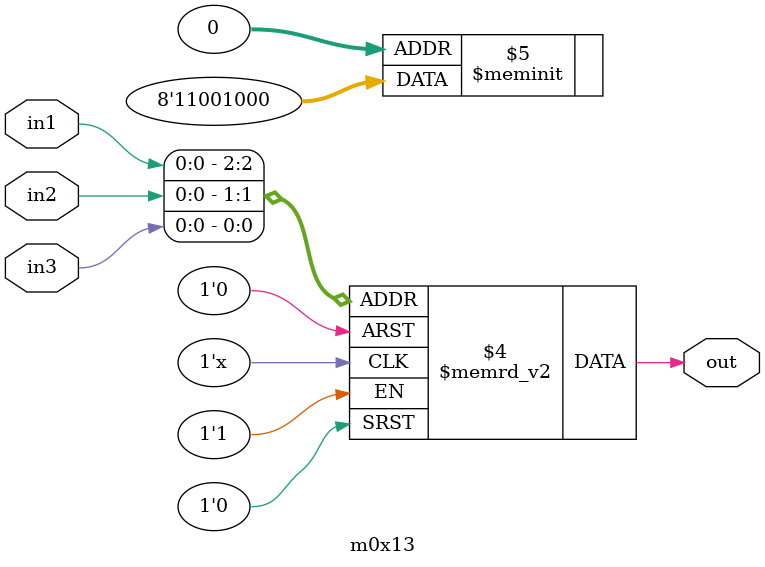
<source format=v>
module m0x13(output out, input in1, in2, in3);

   always @(in1, in2, in3)
     begin
        case({in1, in2, in3})
          3'b000: {out} = 1'b0;
          3'b001: {out} = 1'b0;
          3'b010: {out} = 1'b0;
          3'b011: {out} = 1'b1;
          3'b100: {out} = 1'b0;
          3'b101: {out} = 1'b0;
          3'b110: {out} = 1'b1;
          3'b111: {out} = 1'b1;
        endcase // case ({in1, in2, in3})
     end // always @ (in1, in2, in3)

endmodule // m0x13
</source>
